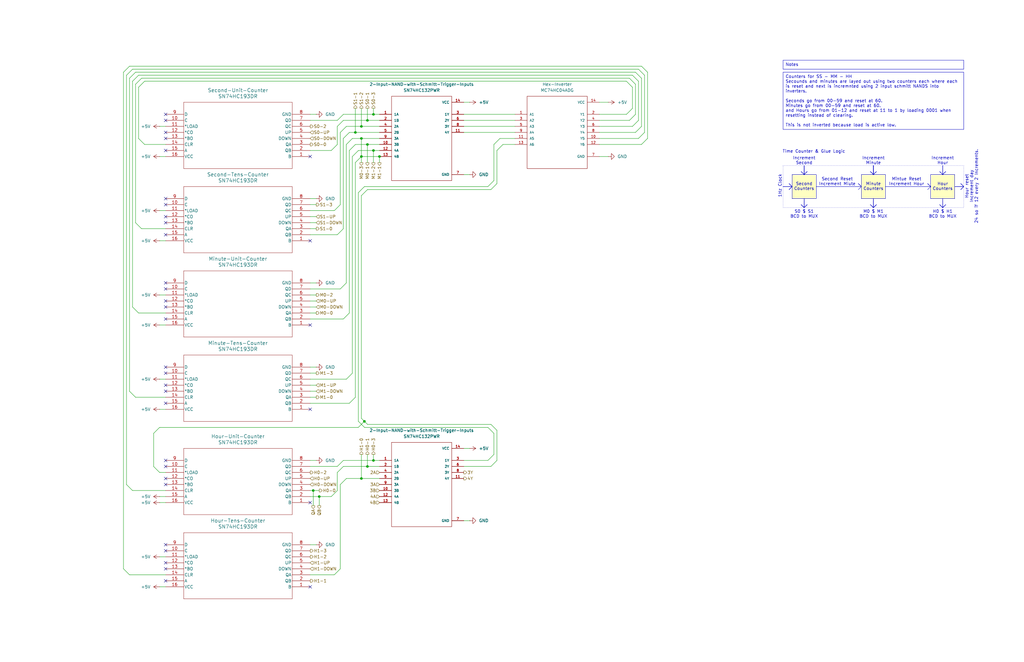
<source format=kicad_sch>
(kicad_sch (version 20250114) (generator "eeschema") (generator_version "9.0")
  (paper "B")
  (title_block (title "Time Counter & Glue Logic") (date "2025-11-06") (rev "2") (comment 1 "Fixed hour count from 1-11 to 1-12 utlized date nand "))
  (lib_symbols
    (symbol "MC74HC04ADG:MC74HC04ADG" (pin_names (offset 1.016))
      (property "Reference" "U" (at -12.7 16.24 0))
      (property "Value" "MC74HC04ADG" (at -12.7 -19.24 0))
      (symbol "MC74HC04ADG_0_0"
        (pin input line (at -17.78 7.62 0) (length 5.08) (name "A1") (number "1"))
        (pin input line (at -17.78 5.08 0) (length 5.08) (name "A2") (number "3"))
        (pin input line (at -17.78 2.54 0) (length 5.08) (name "A3") (number "5"))
        (pin input line (at -17.78 0 0) (length 5.08) (name "A4") (number "9"))
        (pin input line (at -17.78 -2.54 0) (length 5.08) (name "A5") (number "11"))
        (pin input line (at -17.78 -5.08 0) (length 5.08) (name "A6") (number "13"))
        (pin power_in line (at 17.78 12.7 180) (length 5.08) (name "VCC") (number "14"))
        (pin output line (at 17.78 7.62 180) (length 5.08) (name "Y1") (number "2"))
        (pin output line (at 17.78 5.08 180) (length 5.08) (name "Y2") (number "4"))
        (pin output line (at 17.78 2.54 180) (length 5.08) (name "Y3") (number "6"))
        (pin output line (at 17.78 0 180) (length 5.08) (name "Y4") (number "8"))
        (pin output line (at 17.78 -2.54 180) (length 5.08) (name "Y5") (number "10"))
        (pin output line (at 17.78 -5.08 180) (length 5.08) (name "Y6") (number "12"))
        (pin power_in line (at 17.78 -10.16 180) (length 5.08) (name "GND") (number "7"))
      )
      (symbol "MC74HC04ADG_1_0"
        (rectangle (start -12.7 15.24) (end 12.7 -15.24))
      )
    )
    (symbol "SN74HC132PWR:SN74HC132PWR" (pin_names (offset 1.016))
      (property "Reference" "U" (at -12.7 18.78 0))
      (property "Value" "SN74HC132PWR" (at -12.7 -21.78 0))
      (symbol "SN74HC132PWR_0_0"
        (pin input line (at -17.78 10.16 0) (length 5.08) (name "1A") (number "1"))
        (pin input line (at -17.78 7.62 0) (length 5.08) (name "1B") (number "2"))
        (pin input line (at -17.78 5.08 0) (length 5.08) (name "2A") (number "4"))
        (pin input line (at -17.78 2.54 0) (length 5.08) (name "2B") (number "5"))
        (pin input line (at -17.78 0 0) (length 5.08) (name "3A") (number "9"))
        (pin input line (at -17.78 -2.54 0) (length 5.08) (name "3B") (number "10"))
        (pin input line (at -17.78 -5.08 0) (length 5.08) (name "4A") (number "12"))
        (pin input line (at -17.78 -7.62 0) (length 5.08) (name "4B") (number "13"))
        (pin power_in line (at 17.78 15.24 180) (length 5.08) (name "VCC") (number "14"))
        (pin output line (at 17.78 10.16 180) (length 5.08) (name "1Y") (number "3"))
        (pin output line (at 17.78 7.62 180) (length 5.08) (name "2Y") (number "6"))
        (pin output line (at 17.78 5.08 180) (length 5.08) (name "3Y") (number "8"))
        (pin output line (at 17.78 2.54 180) (length 5.08) (name "4Y") (number "11"))
        (pin power_in line (at 17.78 -15.24 180) (length 5.08) (name "GND") (number "7"))
      )
      (symbol "SN74HC132PWR_1_0"
        (rectangle (start -12.7 17.78) (end 12.7 -17.78))
      )
    )
    (symbol "SN74HC193DR:SN74HC193DR" (pin_names (offset 0.254))
      (property "Reference" "U" (at 30.48 10.16 0))
      (property "Value" "SN74HC193DR" (at 30.48 7.62 0))
      (symbol "SN74HC193DR_0_1"
        (polyline (pts (xy 7.62 5.08) (xy 7.62 -22.86)) (stroke (width 0.127)))
        (polyline (pts (xy 7.62 -22.86) (xy 53.34 -22.86)) (stroke (width 0.127)))
        (polyline (pts (xy 53.34 5.08) (xy 7.62 5.08)) (stroke (width 0.127)))
        (polyline (pts (xy 53.34 -22.86) (xy 53.34 5.08)) (stroke (width 0.127)))
        (pin input line (at 0 0 0) (length 7.62) (name "B") (number "1"))
        (pin output line (at 0 -2.54 0) (length 7.62) (name "QB") (number "2"))
        (pin output line (at 0 -5.08 0) (length 7.62) (name "QA") (number "3"))
        (pin input line (at 0 -7.62 0) (length 7.62) (name "DOWN") (number "4"))
        (pin input line (at 0 -10.16 0) (length 7.62) (name "UP") (number "5"))
        (pin output line (at 0 -12.7 0) (length 7.62) (name "QC") (number "6"))
        (pin output line (at 0 -15.24 0) (length 7.62) (name "QD") (number "7"))
        (pin power_in line (at 0 -17.78 0) (length 7.62) (name "GND") (number "8"))
        (pin power_in line (at 60.96 0 180) (length 7.62) (name "VCC") (number "16"))
        (pin input line (at 60.96 -2.54 180) (length 7.62) (name "A") (number "15"))
        (pin input line (at 60.96 -5.08 180) (length 7.62) (name "CLR") (number "14"))
        (pin output line (at 60.96 -7.62 180) (length 7.62) (name "*BO") (number "13"))
        (pin output line (at 60.96 -10.16 180) (length 7.62) (name "*CO") (number "12"))
        (pin input line (at 60.96 -12.7 180) (length 7.62) (name "*LOAD") (number "11"))
        (pin input line (at 60.96 -15.24 180) (length 7.62) (name "C") (number "10"))
        (pin input line (at 60.96 -17.78 180) (length 7.62) (name "D") (number "9"))
      )
    )
    (symbol "power:+5V" (power) (pin_numbers (hide yes)) (pin_names (offset 0) (hide yes))
      (property "Value" "+5V" (at 0 3.556 0))
      (symbol "+5V_0_1"
        (polyline (pts (xy -0.762 1.27) (xy 0 2.54)))
        (polyline (pts (xy 0 2.54) (xy 0.762 1.27)))
        (polyline (pts (xy 0 0) (xy 0 2.54)))
      )
      (symbol "+5V_1_1"
        (pin power_in line (at 0 0 90) (length 0) (name "~") (number "1"))
      )
    )
    (symbol "power:GND" (power) (pin_numbers (hide yes)) (pin_names (offset 0) (hide yes))
      (property "Value" "GND" (at 0 -3.81 0))
      (symbol "GND_0_1"
        (polyline (pts (xy 0 0) (xy 0 -1.27) (xy 1.27 -1.27) (xy 0 -2.54) (xy -1.27 -1.27) (xy 0 -1.27)))
      )
      (symbol "GND_1_1"
        (pin power_in line (at 0 0 270) (length 0) (name "~") (number "1"))
      )
    )
  )
  (rectangle (start 363.22 73.66) (end 373.38 83.82) (fill (type color) (color 255 255 194 1)))
  (rectangle (start 330.2 69.85) (end 406.4 87.63) (stroke (width 0) (type dot)))
  (rectangle (start 392.43 73.66) (end 402.59 83.82) (fill (type color) (color 255 255 194 1)))
  (rectangle (start 334.01 73.66) (end 344.17 83.82) (fill (type color) (color 255 255 194 1)))
  (rectangle (start 330.2 25.4) (end 406.4 29.21))
  (rectangle (start 330.2 30.48) (end 406.4 54.61))
  (text "Time Counter & Glue Logic" (at 329.946 64.008 0) (effects (font (size 1.27 1.27)) (justify left)))
  (text "Increment\nMinute" (at 368.3 69.596 0) (effects (font (size 1.27 1.27)) (justify bottom)))
  (text "Hour\nCounters" (at 397.51 78.74 0) (effects (font (size 1.27 1.27))))
  (text "S0 $ S1\nBCD to MUX" (at 339.09 88.646 0) (effects (font (size 1.27 1.27)) (justify top)))
  (text "H0 $ H1\nBCD to MUX" (at 397.51 88.646 0) (effects (font (size 1.27 1.27)) (justify top)))
  (text "Minute\nCounters" (at 368.3 78.74 0) (effects (font (size 1.27 1.27))))
  (text "Notes" (at 331.216 27.432 0) (effects (font (size 1.27 1.27)) (justify left)))
  (text "Increment\nHour" (at 397.51 69.596 0) (effects (font (size 1.27 1.27)) (justify bottom)))
  (text "Second\nCounters" (at 339.09 78.74 0) (effects (font (size 1.27 1.27))))
  (text "Second Reset\nIncrement Miute" (at 353.06 76.708 0) (effects (font (size 1.27 1.27))))
  (text "Hour reset\nIncrement day\n24 so if 12 every 2 Increments." (at 406.908 78.74 90) (effects (font (size 1.27 1.27)) (justify top)))
  (text "Counters for SS - MM - HH\nSecounds and minutes are layed out using two counters each where each\nis reset and next is incremnted using 2 input schmitt NANDS into \ninverters. \n\nSeconds go from 00-59 and reset at 60.\nMinutes go from 00-59 and reset at 60.\nand Hours go from 01-12 and reset at 11 to 1 by loading 0001 when\nresetting instead of clearing.\n\nThis is not inverted because load is active low." (at 331.216 31.75 0) (effects (font (size 1.27 1.27)) (justify left top)))
  (text "M0 $ M1\nBCD to MUX" (at 368.3 88.646 0) (effects (font (size 1.27 1.27)) (justify top)))
  (text "1Hz Clock" (at 328.93 78.486 90) (effects (font (size 1.27 1.27))))
  (text "Mintue Reset\nIncrement Hour" (at 382.27 76.708 0) (effects (font (size 1.27 1.27))))
  (text "Increment\nSecond" (at 339.09 69.596 0) (effects (font (size 1.27 1.27)) (justify bottom)))
  (junction (at 153.67 177.8))
  (junction (at 149.86 55.88))
  (junction (at 154.94 196.85))
  (junction (at 154.94 50.8))
  (junction (at 132.08 207.01))
  (junction (at 152.4 201.93))
  (junction (at 157.48 48.26))
  (junction (at 154.94 60.96))
  (junction (at 157.48 194.31))
  (junction (at 134.62 209.55))
  (junction (at 160.02 66.04))
  (junction (at 152.4 66.04))
  (junction (at 152.4 58.42))
  (junction (at 157.48 63.5))
  (junction (at 152.4 53.34))
  (no_connect (at 69.85 58.42))
  (no_connect (at 69.85 50.8))
  (no_connect (at 69.85 165.1))
  (no_connect (at 69.85 121.92))
  (no_connect (at 69.85 204.47))
  (no_connect (at 69.85 201.93))
  (no_connect (at 69.85 55.88))
  (no_connect (at 69.85 129.54))
  (no_connect (at 69.85 154.94))
  (no_connect (at 69.85 162.56))
  (no_connect (at 69.85 237.49))
  (no_connect (at 69.85 63.5))
  (no_connect (at 69.85 240.03))
  (no_connect (at 69.85 99.06))
  (no_connect (at 130.81 66.04))
  (no_connect (at 69.85 245.11))
  (no_connect (at 130.81 212.09))
  (no_connect (at 69.85 48.26))
  (no_connect (at 69.85 229.87))
  (no_connect (at 130.81 101.6))
  (no_connect (at 69.85 232.41))
  (no_connect (at 69.85 127))
  (no_connect (at 69.85 157.48))
  (no_connect (at 130.81 137.16))
  (no_connect (at 69.85 119.38))
  (no_connect (at 69.85 83.82))
  (no_connect (at 69.85 170.18))
  (no_connect (at 69.85 91.44))
  (no_connect (at 69.85 194.31))
  (no_connect (at 69.85 86.36))
  (no_connect (at 69.85 196.85))
  (no_connect (at 69.85 134.62))
  (no_connect (at 130.81 247.65))
  (no_connect (at 130.81 172.72))
  (no_connect (at 69.85 93.98))
  (polyline (pts (xy 339.09 73.66) (xy 340.36 72.39)))
  (polyline (pts (xy 396.24 86.36) (xy 397.51 87.63)))
  (polyline (pts (xy 337.82 72.39) (xy 339.09 73.66)))
  (wire (pts (xy 142.24 53.34) (xy 144.78 50.8)))
  (wire (pts (xy 152.4 66.04) (xy 152.4 68.58)))
  (wire (pts (xy 205.74 78.74) (xy 153.67 78.74)))
  (polyline (pts (xy 367.03 86.36) (xy 368.3 87.63)))
  (wire (pts (xy 207.01 80.01) (xy 209.55 77.47)))
  (wire (pts (xy 147.32 63.5) (xy 147.32 132.08)))
  (wire (pts (xy 67.31 180.34) (xy 151.13 180.34)))
  (wire (pts (xy 147.32 170.18) (xy 149.86 167.64)))
  (wire (pts (xy 58.42 58.42) (xy 60.96 60.96)))
  (wire (pts (xy 157.48 194.31) (xy 160.02 194.31)))
  (wire (pts (xy 205.74 180.34) (xy 153.67 180.34)))
  (wire (pts (xy 147.32 55.88) (xy 144.78 58.42)))
  (polyline (pts (xy 367.03 86.36) (xy 368.3 87.63)))
  (polyline (pts (xy 405.13 80.01) (xy 406.4 78.74)))
  (wire (pts (xy 67.31 172.72) (xy 69.85 172.72)))
  (wire (pts (xy 152.4 82.55) (xy 152.4 176.53)))
  (polyline (pts (xy 339.09 69.85) (xy 339.09 73.66)))
  (wire (pts (xy 154.94 191.77) (xy 154.94 196.85)))
  (wire (pts (xy 134.62 213.36) (xy 134.62 209.55)))
  (wire (pts (xy 133.35 83.82) (xy 130.81 83.82)))
  (wire (pts (xy 256.54 43.18) (xy 252.73 43.18)))
  (wire (pts (xy 132.08 213.36) (xy 132.08 207.01)))
  (wire (pts (xy 130.81 134.62) (xy 144.78 134.62)))
  (wire (pts (xy 157.48 48.26) (xy 160.02 48.26)))
  (polyline (pts (xy 391.16 77.47) (xy 392.43 78.74)))
  (wire (pts (xy 133.35 229.87) (xy 130.81 229.87)))
  (polyline (pts (xy 339.09 83.82) (xy 339.09 87.63)))
  (wire (pts (xy 209.55 194.31) (xy 209.55 181.61)))
  (polyline (pts (xy 339.09 87.63) (xy 340.36 86.36)))
  (wire (pts (xy 212.09 60.96) (xy 217.17 60.96)))
  (wire (pts (xy 133.35 48.26) (xy 130.81 48.26)))
  (wire (pts (xy 146.05 201.93) (xy 143.51 204.47)))
  (wire (pts (xy 58.42 31.75) (xy 266.7 31.75)))
  (wire (pts (xy 130.81 160.02) (xy 146.05 160.02)))
  (polyline (pts (xy 397.51 87.63) (xy 398.78 86.36)))
  (polyline (pts (xy 406.4 78.74) (xy 405.13 77.47)))
  (polyline (pts (xy 397.51 83.82) (xy 397.51 87.63)))
  (wire (pts (xy 152.4 58.42) (xy 160.02 58.42)))
  (wire (pts (xy 52.07 30.48) (xy 52.07 240.03)))
  (polyline (pts (xy 368.3 73.66) (xy 369.57 72.39)))
  (wire (pts (xy 195.58 48.26) (xy 217.17 48.26)))
  (wire (pts (xy 266.7 36.83) (xy 266.7 45.72)))
  (wire (pts (xy 154.94 179.07) (xy 207.01 179.07)))
  (wire (pts (xy 54.61 33.02) (xy 54.61 165.1)))
  (polyline (pts (xy 397.51 73.66) (xy 398.78 72.39)))
  (wire (pts (xy 252.73 53.34) (xy 266.7 53.34)))
  (wire (pts (xy 157.48 45.72) (xy 157.48 48.26)))
  (wire (pts (xy 130.81 209.55) (xy 134.62 209.55)))
  (wire (pts (xy 133.35 127) (xy 130.81 127)))
  (wire (pts (xy 149.86 45.72) (xy 149.86 55.88)))
  (wire (pts (xy 130.81 170.18) (xy 147.32 170.18)))
  (wire (pts (xy 273.05 30.48) (xy 270.51 27.94)))
  (wire (pts (xy 52.07 240.03) (xy 54.61 242.57)))
  (wire (pts (xy 142.24 199.39) (xy 144.78 196.85)))
  (polyline (pts (xy 367.03 72.39) (xy 368.3 73.66)))
  (wire (pts (xy 54.61 33.02) (xy 57.15 30.48)))
  (wire (pts (xy 154.94 50.8) (xy 160.02 50.8)))
  (wire (pts (xy 151.13 63.5) (xy 157.48 63.5)))
  (polyline (pts (xy 367.03 72.39) (xy 368.3 73.66)))
  (wire (pts (xy 144.78 134.62) (xy 147.32 132.08)))
  (polyline (pts (xy 334.01 78.74) (xy 332.74 77.47)))
  (wire (pts (xy 132.08 207.01) (xy 134.62 207.01)))
  (wire (pts (xy 154.94 60.96) (xy 160.02 60.96)))
  (wire (pts (xy 153.67 177.8) (xy 154.94 179.07)))
  (wire (pts (xy 133.35 129.54) (xy 130.81 129.54)))
  (wire (pts (xy 146.05 201.93) (xy 152.4 201.93)))
  (wire (pts (xy 67.31 209.55) (xy 69.85 209.55)))
  (wire (pts (xy 252.73 60.96) (xy 270.51 60.96)))
  (wire (pts (xy 144.78 196.85) (xy 154.94 196.85)))
  (wire (pts (xy 67.31 137.16) (xy 69.85 137.16)))
  (wire (pts (xy 252.73 55.88) (xy 267.97 55.88)))
  (wire (pts (xy 269.24 34.29) (xy 269.24 50.8)))
  (wire (pts (xy 157.48 191.77) (xy 157.48 194.31)))
  (wire (pts (xy 270.51 60.96) (xy 273.05 58.42)))
  (wire (pts (xy 144.78 96.52) (xy 142.24 99.06)))
  (wire (pts (xy 142.24 196.85) (xy 144.78 194.31)))
  (wire (pts (xy 58.42 36.83) (xy 58.42 58.42)))
  (wire (pts (xy 149.86 60.96) (xy 154.94 60.96)))
  (wire (pts (xy 267.97 35.56) (xy 267.97 48.26)))
  (wire (pts (xy 217.17 58.42) (xy 210.82 58.42)))
  (wire (pts (xy 57.15 30.48) (xy 267.97 30.48)))
  (polyline (pts (xy 330.2 78.74) (xy 334.01 78.74)))
  (wire (pts (xy 195.58 194.31) (xy 205.74 194.31)))
  (wire (pts (xy 154.94 196.85) (xy 160.02 196.85)))
  (wire (pts (xy 67.31 234.95) (xy 69.85 234.95)))
  (wire (pts (xy 130.81 207.01) (xy 132.08 207.01)))
  (wire (pts (xy 266.7 36.83) (xy 264.16 34.29)))
  (polyline (pts (xy 397.51 69.85) (xy 397.51 73.66)))
  (wire (pts (xy 130.81 63.5) (xy 139.7 63.5)))
  (wire (pts (xy 269.24 29.21) (xy 55.88 29.21)))
  (polyline (pts (xy 337.82 86.36) (xy 339.09 87.63)))
  (polyline (pts (xy 368.3 69.85) (xy 368.3 73.66)))
  (wire (pts (xy 67.31 88.9) (xy 69.85 88.9)))
  (wire (pts (xy 267.97 30.48) (xy 270.51 33.02)))
  (polyline (pts (xy 330.2 78.74) (xy 334.01 78.74)))
  (wire (pts (xy 152.4 176.53) (xy 153.67 177.8)))
  (wire (pts (xy 133.35 154.94) (xy 130.81 154.94)))
  (wire (pts (xy 154.94 45.72) (xy 154.94 50.8)))
  (polyline (pts (xy 337.82 86.36) (xy 339.09 87.63)))
  (wire (pts (xy 270.51 33.02) (xy 270.51 53.34)))
  (wire (pts (xy 252.73 58.42) (xy 269.24 58.42)))
  (wire (pts (xy 267.97 35.56) (xy 265.43 33.02)))
  (wire (pts (xy 143.51 204.47) (xy 143.51 240.03)))
  (wire (pts (xy 134.62 209.55) (xy 139.7 209.55)))
  (wire (pts (xy 57.15 93.98) (xy 59.69 96.52)))
  (wire (pts (xy 133.35 93.98) (xy 130.81 93.98)))
  (wire (pts (xy 252.73 48.26) (xy 264.16 48.26)))
  (polyline (pts (xy 405.13 80.01) (xy 406.4 78.74)))
  (polyline (pts (xy 396.24 72.39) (xy 397.51 73.66)))
  (wire (pts (xy 55.88 129.54) (xy 58.42 132.08)))
  (wire (pts (xy 267.97 48.26) (xy 265.43 50.8)))
  (polyline (pts (xy 402.59 78.74) (xy 406.4 78.74)))
  (wire (pts (xy 54.61 165.1) (xy 57.15 167.64)))
  (wire (pts (xy 133.35 194.31) (xy 130.81 194.31)))
  (wire (pts (xy 130.81 196.85) (xy 142.24 196.85)))
  (wire (pts (xy 207.01 196.85) (xy 209.55 194.31)))
  (wire (pts (xy 151.13 81.28) (xy 151.13 177.8)))
  (wire (pts (xy 146.05 60.96) (xy 146.05 119.38)))
  (wire (pts (xy 133.35 86.36) (xy 130.81 86.36)))
  (polyline (pts (xy 368.3 69.85) (xy 368.3 73.66)))
  (wire (pts (xy 157.48 63.5) (xy 157.48 68.58)))
  (wire (pts (xy 266.7 53.34) (xy 269.24 50.8)))
  (wire (pts (xy 152.4 201.93) (xy 160.02 201.93)))
  (wire (pts (xy 153.67 177.8) (xy 151.13 180.34)))
  (wire (pts (xy 67.31 199.39) (xy 69.85 199.39)))
  (wire (pts (xy 133.35 124.46) (xy 130.81 124.46)))
  (polyline (pts (xy 361.95 77.47) (xy 363.22 78.74)))
  (wire (pts (xy 208.28 60.96) (xy 208.28 76.2)))
  (wire (pts (xy 210.82 58.42) (xy 208.28 60.96)))
  (wire (pts (xy 133.35 167.64) (xy 130.81 167.64)))
  (wire (pts (xy 152.4 66.04) (xy 160.02 66.04)))
  (wire (pts (xy 130.81 165.1) (xy 133.35 165.1)))
  (wire (pts (xy 152.4 191.77) (xy 152.4 201.93)))
  (wire (pts (xy 54.61 27.94) (xy 52.07 30.48)))
  (polyline (pts (xy 339.09 73.66) (xy 340.36 72.39)))
  (wire (pts (xy 54.61 242.57) (xy 69.85 242.57)))
  (wire (pts (xy 157.48 63.5) (xy 160.02 63.5)))
  (wire (pts (xy 58.42 31.75) (xy 55.88 34.29)))
  (wire (pts (xy 256.54 66.04) (xy 252.73 66.04)))
  (wire (pts (xy 133.35 162.56) (xy 130.81 162.56)))
  (polyline (pts (xy 339.09 69.85) (xy 339.09 73.66)))
  (wire (pts (xy 57.15 167.64) (xy 69.85 167.64)))
  (wire (pts (xy 152.4 82.55) (xy 154.94 80.01)))
  (wire (pts (xy 143.51 121.92) (xy 146.05 119.38)))
  (wire (pts (xy 139.7 209.55) (xy 142.24 207.01)))
  (polyline (pts (xy 368.3 87.63) (xy 369.57 86.36)))
  (polyline (pts (xy 397.51 83.82) (xy 397.51 87.63)))
  (wire (pts (xy 133.35 91.44) (xy 130.81 91.44)))
  (wire (pts (xy 67.31 66.04) (xy 69.85 66.04)))
  (wire (pts (xy 209.55 63.5) (xy 212.09 60.96)))
  (wire (pts (xy 64.77 196.85) (xy 64.77 182.88)))
  (wire (pts (xy 59.69 96.52) (xy 69.85 96.52)))
  (wire (pts (xy 149.86 167.64) (xy 149.86 68.58)))
  (polyline (pts (xy 368.3 83.82) (xy 368.3 87.63)))
  (polyline (pts (xy 339.09 83.82) (xy 339.09 87.63)))
  (wire (pts (xy 55.88 207.01) (xy 69.85 207.01)))
  (polyline (pts (xy 397.51 69.85) (xy 397.51 73.66)))
  (wire (pts (xy 208.28 76.2) (xy 205.74 78.74)))
  (wire (pts (xy 143.51 240.03) (xy 140.97 242.57)))
  (wire (pts (xy 198.12 219.71) (xy 195.58 219.71)))
  (wire (pts (xy 154.94 60.96) (xy 154.94 68.58)))
  (wire (pts (xy 195.58 196.85) (xy 207.01 196.85)))
  (polyline (pts (xy 391.16 80.01) (xy 392.43 78.74)))
  (wire (pts (xy 154.94 80.01) (xy 207.01 80.01)))
  (wire (pts (xy 144.78 194.31) (xy 157.48 194.31)))
  (wire (pts (xy 67.31 212.09) (xy 69.85 212.09)))
  (polyline (pts (xy 396.24 72.39) (xy 397.51 73.66)))
  (wire (pts (xy 144.78 58.42) (xy 144.78 96.52)))
  (wire (pts (xy 67.31 124.46) (xy 69.85 124.46)))
  (wire (pts (xy 144.78 48.26) (xy 157.48 48.26)))
  (polyline (pts (xy 334.01 78.74) (xy 332.74 77.47)))
  (wire (pts (xy 59.69 33.02) (xy 57.15 35.56)))
  (wire (pts (xy 133.35 96.52) (xy 130.81 96.52)))
  (wire (pts (xy 143.51 55.88) (xy 143.51 86.36)))
  (wire (pts (xy 58.42 132.08) (xy 69.85 132.08)))
  (wire (pts (xy 67.31 247.65) (xy 69.85 247.65)))
  (wire (pts (xy 130.81 242.57) (xy 140.97 242.57)))
  (wire (pts (xy 146.05 53.34) (xy 143.51 55.88)))
  (wire (pts (xy 148.59 157.48) (xy 146.05 160.02)))
  (wire (pts (xy 142.24 53.34) (xy 142.24 60.96)))
  (polyline (pts (xy 368.3 73.66) (xy 369.57 72.39)))
  (wire (pts (xy 54.61 27.94) (xy 270.51 27.94)))
  (wire (pts (xy 195.58 53.34) (xy 217.17 53.34)))
  (polyline (pts (xy 368.3 69.85) (xy 368.3 73.66)))
  (wire (pts (xy 205.74 194.31) (xy 208.28 191.77)))
  (wire (pts (xy 195.58 55.88) (xy 217.17 55.88)))
  (polyline (pts (xy 397.51 87.63) (xy 398.78 86.36)))
  (wire (pts (xy 59.69 33.02) (xy 265.43 33.02)))
  (wire (pts (xy 57.15 35.56) (xy 57.15 93.98)))
  (wire (pts (xy 67.31 53.34) (xy 69.85 53.34)))
  (wire (pts (xy 149.86 55.88) (xy 160.02 55.88)))
  (polyline (pts (xy 396.24 86.36) (xy 397.51 87.63)))
  (wire (pts (xy 153.67 180.34) (xy 151.13 177.8)))
  (wire (pts (xy 147.32 55.88) (xy 149.86 55.88)))
  (wire (pts (xy 64.77 182.88) (xy 67.31 180.34)))
  (polyline (pts (xy 344.17 78.74) (xy 363.22 78.74)))
  (wire (pts (xy 60.96 60.96) (xy 69.85 60.96)))
  (wire (pts (xy 148.59 58.42) (xy 152.4 58.42)))
  (wire (pts (xy 198.12 43.18) (xy 195.58 43.18)))
  (polyline (pts (xy 339.09 69.85) (xy 339.09 73.66)))
  (wire (pts (xy 60.96 34.29) (xy 264.16 34.29)))
  (wire (pts (xy 152.4 53.34) (xy 160.02 53.34)))
  (wire (pts (xy 209.55 181.61) (xy 207.01 179.07)))
  (polyline (pts (xy 332.74 80.01) (xy 334.01 78.74)))
  (wire (pts (xy 60.96 34.29) (xy 58.42 36.83)))
  (wire (pts (xy 53.34 31.75) (xy 53.34 204.47)))
  (wire (pts (xy 271.78 31.75) (xy 271.78 55.88)))
  (polyline (pts (xy 368.3 87.63) (xy 369.57 86.36)))
  (wire (pts (xy 264.16 48.26) (xy 266.7 45.72)))
  (wire (pts (xy 144.78 50.8) (xy 154.94 50.8)))
  (wire (pts (xy 269.24 34.29) (xy 266.7 31.75)))
  (polyline (pts (xy 339.09 87.63) (xy 340.36 86.36)))
  (polyline (pts (xy 402.59 78.74) (xy 406.4 78.74)))
  (polyline (pts (xy 373.38 78.74) (xy 392.43 78.74)))
  (wire (pts (xy 149.86 68.58) (xy 152.4 66.04)))
  (polyline (pts (xy 337.82 72.39) (xy 339.09 73.66)))
  (wire (pts (xy 152.4 58.42) (xy 152.4 66.04)))
  (polyline (pts (xy 368.3 83.82) (xy 368.3 87.63)))
  (wire (pts (xy 195.58 50.8) (xy 217.17 50.8)))
  (polyline (pts (xy 391.16 77.47) (xy 392.43 78.74)))
  (wire (pts (xy 143.51 86.36) (xy 140.97 88.9)))
  (wire (pts (xy 146.05 60.96) (xy 148.59 58.42)))
  (polyline (pts (xy 397.51 69.85) (xy 397.51 73.66)))
  (wire (pts (xy 67.31 199.39) (xy 64.77 196.85)))
  (wire (pts (xy 160.02 66.04) (xy 160.02 68.58)))
  (wire (pts (xy 55.88 34.29) (xy 55.88 129.54)))
  (wire (pts (xy 53.34 204.47) (xy 55.88 207.01)))
  (wire (pts (xy 151.13 63.5) (xy 148.59 66.04)))
  (polyline (pts (xy 332.74 80.01) (xy 334.01 78.74)))
  (polyline (pts (xy 361.95 77.47) (xy 363.22 78.74)))
  (wire (pts (xy 133.35 157.48) (xy 130.81 157.48)))
  (wire (pts (xy 133.35 132.08) (xy 130.81 132.08)))
  (wire (pts (xy 273.05 58.42) (xy 273.05 30.48)))
  (wire (pts (xy 67.31 101.6) (xy 69.85 101.6)))
  (polyline (pts (xy 361.95 80.01) (xy 363.22 78.74)))
  (wire (pts (xy 142.24 199.39) (xy 142.24 207.01)))
  (wire (pts (xy 55.88 29.21) (xy 53.34 31.75)))
  (wire (pts (xy 208.28 191.77) (xy 208.28 182.88)))
  (wire (pts (xy 130.81 50.8) (xy 142.24 50.8)))
  (wire (pts (xy 270.51 53.34) (xy 267.97 55.88)))
  (wire (pts (xy 209.55 77.47) (xy 209.55 63.5)))
  (wire (pts (xy 130.81 99.06) (xy 142.24 99.06)))
  (wire (pts (xy 133.35 119.38) (xy 130.81 119.38)))
  (wire (pts (xy 147.32 63.5) (xy 149.86 60.96)))
  (polyline (pts (xy 397.51 73.66) (xy 398.78 72.39)))
  (wire (pts (xy 146.05 53.34) (xy 152.4 53.34)))
  (wire (pts (xy 252.73 50.8) (xy 265.43 50.8)))
  (wire (pts (xy 148.59 66.04) (xy 148.59 157.48)))
  (wire (pts (xy 269.24 58.42) (xy 271.78 55.88)))
  (wire (pts (xy 152.4 45.72) (xy 152.4 53.34)))
  (wire (pts (xy 139.7 63.5) (xy 142.24 60.96)))
  (wire (pts (xy 67.31 160.02) (xy 69.85 160.02)))
  (wire (pts (xy 208.28 182.88) (xy 205.74 180.34)))
  (polyline (pts (xy 406.4 78.74) (xy 405.13 77.47)))
  (wire (pts (xy 153.67 78.74) (xy 151.13 81.28)))
  (wire (pts (xy 130.81 88.9) (xy 140.97 88.9)))
  (wire (pts (xy 269.24 29.21) (xy 271.78 31.75)))
  (wire (pts (xy 142.24 50.8) (xy 144.78 48.26)))
  (wire (pts (xy 198.12 189.23) (xy 195.58 189.23)))
  (wire (pts (xy 130.81 121.92) (xy 143.51 121.92)))
  (wire (pts (xy 198.12 73.66) (xy 195.58 73.66)))
  (hierarchical_label "S1-1" (shape output) (at 149.86 45.72 90))
  (hierarchical_label "2A" (shape input) (at 160.02 199.39 180))
  (hierarchical_label "S0-DOWN" (shape input) (at 130.81 58.42 0))
  (hierarchical_label "M1-2" (shape output) (at 157.48 68.58 270))
  (hierarchical_label "M1-3" (shape output) (at 133.35 157.48 0))
  (hierarchical_label "S1-0" (shape output) (at 133.35 96.52 0))
  (hierarchical_label "H1-3" (shape output) (at 130.81 232.41 0))
  (hierarchical_label "H0-0" (shape output) (at 134.62 207.01 0))
  (hierarchical_label "H1-UP" (shape input) (at 130.81 237.49 0))
  (hierarchical_label "4A" (shape input) (at 160.02 209.55 180))
  (hierarchical_label "M1-1" (shape output) (at 160.02 68.58 270))
  (hierarchical_label "H0-1" (shape output) (at 154.94 191.77 90))
  (hierarchical_label "S0-0" (shape output) (at 130.81 60.96 0))
  (hierarchical_label "S0-UP" (shape input) (at 130.81 55.88 0))
  (hierarchical_label "3A" (shape input) (at 160.02 204.47 180))
  (hierarchical_label "S0-1" (shape output) (at 154.94 45.72 90))
  (hierarchical_label "4Y" (shape output) (at 195.58 201.93 0))
  (hierarchical_label "M0-2" (shape output) (at 133.35 124.46 0))
  (hierarchical_label "S0-2" (shape output) (at 130.81 53.34 0))
  (hierarchical_label "M0-3" (shape output) (at 152.4 68.58 270))
  (hierarchical_label "QA" (shape output) (at 132.08 213.36 270))
  (hierarchical_label "S1-2" (shape output) (at 152.4 45.72 90))
  (hierarchical_label "3B" (shape input) (at 160.02 207.01 180))
  (hierarchical_label "H0-UP" (shape input) (at 130.81 201.93 0))
  (hierarchical_label "M1-DOWN" (shape input) (at 133.35 165.1 0))
  (hierarchical_label "4B" (shape input) (at 160.02 212.09 180))
  (hierarchical_label "H1-1" (shape output) (at 130.81 245.11 0))
  (hierarchical_label "H0-2" (shape output) (at 130.81 199.39 0))
  (hierarchical_label "S1-UP" (shape input) (at 133.35 91.44 0))
  (hierarchical_label "M0-0" (shape output) (at 133.35 132.08 0))
  (hierarchical_label "H1-0" (shape output) (at 152.4 191.77 90))
  (hierarchical_label "H1-DOWN" (shape input) (at 130.81 240.03 0))
  (hierarchical_label "S0-3" (shape output) (at 157.48 45.72 90))
  (hierarchical_label "M0-1" (shape output) (at 154.94 68.58 270))
  (hierarchical_label "QB" (shape output) (at 134.62 213.36 270))
  (hierarchical_label "S1-3" (shape output) (at 133.35 86.36 0))
  (hierarchical_label "S1-DOWN" (shape input) (at 133.35 93.98 0))
  (hierarchical_label "M1-0" (shape output) (at 133.35 167.64 0))
  (hierarchical_label "M1-UP" (shape input) (at 133.35 162.56 0))
  (hierarchical_label "H0-DOWN" (shape input) (at 130.81 204.47 0))
  (hierarchical_label "H1-2" (shape output) (at 130.81 234.95 0))
  (hierarchical_label "H0-3" (shape output) (at 157.48 191.77 90))
  (hierarchical_label "M0-DOWN" (shape input) (at 133.35 129.54 0))
  (hierarchical_label "M0-UP" (shape input) (at 133.35 127 0))
  (hierarchical_label "3Y" (shape output) (at 195.58 199.39 0))
  (symbol (lib_id "power:+5V") (at 67.31 124.46 90) (unit 1)
    (property "Reference" "#PWR07" (effects (hide yes)))
    (property "Value" "+5V" (at 63.5 124.4601 90) (effects (justify left)))
    (property "Description" "Power symbol creates a global label with name \"+5V\"" (effects (hide yes)))
  )
  (symbol (lib_id "power:GND") (at 198.12 219.71 90) (unit 1)
    (property "Reference" "#PWR028" (effects (hide yes)))
    (property "Value" "GND" (at 201.93 219.7099 90) (effects (justify right)))
    (property "Description" "Power symbol creates a global label with name \"GND\" , ground" (effects (hide yes)))
  )
  (symbol (lib_id "SN74HC193DR:SN74HC193DR") (at 130.81 137.16 180) (unit 1)
    (property "Reference" "Minute-Unit-Counter" (at 100.33 109.22 0) (effects (font (size 1.524 1.524))))
    (property "Value" "SN74HC193DR" (at 100.33 111.76 0) (effects (font (size 1.524 1.524))))
    (property "Footprint" "D16" (effects (hide yes)))
    (property "Datasheet" "https://www.ti.com/lit/gpn/sn74hc193" (effects (hide yes)))
  )
  (symbol (lib_id "power:+5V") (at 67.31 88.9 90) (unit 1)
    (property "Reference" "#PWR011" (effects (hide yes)))
    (property "Value" "+5V" (at 63.5 88.9001 90) (effects (justify left)))
    (property "Description" "Power symbol creates a global label with name \"+5V\"" (effects (hide yes)))
  )
  (symbol (lib_id "power:+5V") (at 198.12 189.23 270) (unit 1)
    (property "Reference" "#PWR027" (effects (hide yes)))
    (property "Value" "+5V" (at 201.93 189.2299 90) (effects (justify left)))
    (property "Description" "Power symbol creates a global label with name \"+5V\"" (effects (hide yes)))
  )
  (symbol (lib_id "power:+5V") (at 256.54 43.18 270) (unit 1)
    (property "Reference" "#PWR033" (effects (hide yes)))
    (property "Value" "+5V" (at 260.35 43.1799 90) (effects (justify left)))
    (property "Description" "Power symbol creates a global label with name \"+5V\"" (effects (hide yes)))
  )
  (symbol (lib_id "SN74HC132PWR:SN74HC132PWR") (at 177.8 204.47 0) (unit 1)
    (property "Reference" "2-Input-NAND-with-Schmitt-Trigger-Inputs" (at 177.8 181.61 0))
    (property "Value" "SN74HC132PWR" (at 177.8 184.15 0))
    (property "Footprint" "SN74HC132PWR:SOP65P640X120-14N" (effects (hide yes)))
  )
  (symbol (lib_id "MC74HC04ADG:MC74HC04ADG") (at 234.95 55.88 0) (unit 1)
    (property "Reference" "Hex-Inverter" (at 234.95 35.56 0))
    (property "Value" "MC74HC04ADG" (at 234.95 38.1 0))
    (property "Footprint" "MC74HC04ADG:SOIC127P600X175-14N" (effects (hide yes)))
  )
  (symbol (lib_id "power:GND") (at 133.35 229.87 90) (unit 1)
    (property "Reference" "#PWR025" (effects (hide yes)))
    (property "Value" "GND" (at 137.16 229.8701 90) (effects (justify right)))
    (property "Description" "Power symbol creates a global label with name \"GND\" , ground" (effects (hide yes)))
  )
  (symbol (lib_id "power:+5V") (at 67.31 66.04 90) (unit 1)
    (property "Reference" "#PWR01" (effects (hide yes)))
    (property "Value" "+5V" (at 63.5 66.0401 90) (effects (justify left)))
    (property "Description" "Power symbol creates a global label with name \"+5V\"" (effects (hide yes)))
  )
  (symbol (lib_id "SN74HC132PWR:SN74HC132PWR") (at 177.8 58.42 0) (unit 1)
    (property "Reference" "2-Input-NAND-with-Schmitt-Trigger-Inputs" (at 177.8 35.56 0))
    (property "Value" "SN74HC132PWR" (at 177.8 38.1 0))
    (property "Footprint" "SN74HC132PWR:SOP65P640X120-14N" (effects (hide yes)))
  )
  (symbol (lib_id "power:+5V") (at 67.31 234.95 90) (unit 1)
    (property "Reference" "#PWR021" (effects (hide yes)))
    (property "Value" "+5V" (at 63.5 234.9501 90) (effects (justify left)))
    (property "Description" "Power symbol creates a global label with name \"+5V\"" (effects (hide yes)))
  )
  (symbol (lib_id "power:GND") (at 133.35 48.26 90) (unit 1)
    (property "Reference" "#PWR02" (effects (hide yes)))
    (property "Value" "GND" (at 137.16 48.2601 90) (effects (justify right)))
    (property "Description" "Power symbol creates a global label with name \"GND\" , ground" (effects (hide yes)))
  )
  (symbol (lib_id "SN74HC193DR:SN74HC193DR") (at 130.81 66.04 180) (unit 1)
    (property "Reference" "Second-Unit-Counter" (at 100.33 38.1 0) (effects (font (size 1.524 1.524))))
    (property "Value" "SN74HC193DR" (at 100.33 40.64 0) (effects (font (size 1.524 1.524))))
    (property "Footprint" "D16" (effects (hide yes)))
    (property "Datasheet" "https://www.ti.com/lit/gpn/sn74hc193" (effects (hide yes)))
  )
  (symbol (lib_id "power:GND") (at 256.54 66.04 90) (unit 1)
    (property "Reference" "#PWR032" (effects (hide yes)))
    (property "Value" "GND" (at 260.35 66.0399 90) (effects (justify right)))
    (property "Description" "Power symbol creates a global label with name \"GND\" , ground" (effects (hide yes)))
  )
  (symbol (lib_id "SN74HC193DR:SN74HC193DR") (at 130.81 172.72 180) (unit 1)
    (property "Reference" "Minute-Tens-Counter" (at 100.33 144.78 0) (effects (font (size 1.524 1.524))))
    (property "Value" "SN74HC193DR" (at 100.33 147.32 0) (effects (font (size 1.524 1.524))))
    (property "Footprint" "D16" (effects (hide yes)))
    (property "Datasheet" "https://www.ti.com/lit/gpn/sn74hc193" (effects (hide yes)))
  )
  (symbol (lib_id "power:+5V") (at 67.31 212.09 90) (unit 1)
    (property "Reference" "#PWR020" (effects (hide yes)))
    (property "Value" "+5V" (at 63.5 212.0901 90) (effects (justify left)))
    (property "Description" "Power symbol creates a global label with name \"+5V\"" (effects (hide yes)))
  )
  (symbol (lib_id "power:GND") (at 133.35 83.82 90) (unit 1)
    (property "Reference" "#PWR013" (effects (hide yes)))
    (property "Value" "GND" (at 137.16 83.8201 90) (effects (justify right)))
    (property "Description" "Power symbol creates a global label with name \"GND\" , ground" (effects (hide yes)))
  )
  (symbol (lib_id "SN74HC193DR:SN74HC193DR") (at 130.81 247.65 180) (unit 1)
    (property "Reference" "Hour-Tens-Counter" (at 100.33 219.71 0) (effects (font (size 1.524 1.524))))
    (property "Value" "SN74HC193DR" (at 100.33 222.25 0) (effects (font (size 1.524 1.524))))
    (property "Footprint" "D16" (effects (hide yes)))
    (property "Datasheet" "https://www.ti.com/lit/gpn/sn74hc193" (effects (hide yes)))
  )
  (symbol (lib_id "power:GND") (at 198.12 73.66 90) (unit 1)
    (property "Reference" "#PWR05" (effects (hide yes)))
    (property "Value" "GND" (at 201.93 73.6599 90) (effects (justify right)))
    (property "Description" "Power symbol creates a global label with name \"GND\" , ground" (effects (hide yes)))
  )
  (symbol (lib_id "power:GND") (at 133.35 119.38 90) (unit 1)
    (property "Reference" "#PWR015" (effects (hide yes)))
    (property "Value" "GND" (at 137.16 119.3801 90) (effects (justify right)))
    (property "Description" "Power symbol creates a global label with name \"GND\" , ground" (effects (hide yes)))
  )
  (symbol (lib_id "power:+5V") (at 67.31 53.34 90) (unit 1)
    (property "Reference" "#PWR03" (effects (hide yes)))
    (property "Value" "+5V" (at 63.5 53.3401 90) (effects (justify left)))
    (property "Description" "Power symbol creates a global label with name \"+5V\"" (effects (hide yes)))
  )
  (symbol (lib_id "power:GND") (at 133.35 154.94 90) (unit 1)
    (property "Reference" "#PWR017" (effects (hide yes)))
    (property "Value" "GND" (at 137.16 154.9401 90) (effects (justify right)))
    (property "Description" "Power symbol creates a global label with name \"GND\" , ground" (effects (hide yes)))
  )
  (symbol (lib_id "SN74HC193DR:SN74HC193DR") (at 130.81 212.09 180) (unit 1)
    (property "Reference" "Hour-Unit-Counter" (at 100.33 184.15 0) (effects (font (size 1.524 1.524))))
    (property "Value" "SN74HC193DR" (at 100.33 186.69 0) (effects (font (size 1.524 1.524))))
    (property "Footprint" "D16" (effects (hide yes)))
    (property "Datasheet" "https://www.ti.com/lit/gpn/sn74hc193" (effects (hide yes)))
  )
  (symbol (lib_id "power:GND") (at 133.35 194.31 90) (unit 1)
    (property "Reference" "#PWR023" (effects (hide yes)))
    (property "Value" "GND" (at 137.16 194.3101 90) (effects (justify right)))
    (property "Description" "Power symbol creates a global label with name \"GND\" , ground" (effects (hide yes)))
  )
  (symbol (lib_id "power:+5V") (at 67.31 101.6 90) (unit 1)
    (property "Reference" "#PWR012" (effects (hide yes)))
    (property "Value" "+5V" (at 63.5 101.6001 90) (effects (justify left)))
    (property "Description" "Power symbol creates a global label with name \"+5V\"" (effects (hide yes)))
  )
  (symbol (lib_id "SN74HC193DR:SN74HC193DR") (at 130.81 101.6 180) (unit 1)
    (property "Reference" "Second-Tens-Counter" (at 100.33 73.66 0) (effects (font (size 1.524 1.524))))
    (property "Value" "SN74HC193DR" (at 100.33 76.2 0) (effects (font (size 1.524 1.524))))
    (property "Footprint" "D16" (effects (hide yes)))
    (property "Datasheet" "https://www.ti.com/lit/gpn/sn74hc193" (effects (hide yes)))
  )
  (symbol (lib_id "power:+5V") (at 67.31 137.16 90) (unit 1)
    (property "Reference" "#PWR08" (effects (hide yes)))
    (property "Value" "+5V" (at 63.5 137.1601 90) (effects (justify left)))
    (property "Description" "Power symbol creates a global label with name \"+5V\"" (effects (hide yes)))
  )
  (symbol (lib_id "power:+5V") (at 67.31 172.72 90) (unit 1)
    (property "Reference" "#PWR010" (effects (hide yes)))
    (property "Value" "+5V" (at 63.5 172.7201 90) (effects (justify left)))
    (property "Description" "Power symbol creates a global label with name \"+5V\"" (effects (hide yes)))
  )
  (symbol (lib_id "power:+5V") (at 67.31 247.65 90) (unit 1)
    (property "Reference" "#PWR022" (effects (hide yes)))
    (property "Value" "+5V" (at 63.5 247.6501 90) (effects (justify left)))
    (property "Description" "Power symbol creates a global label with name \"+5V\"" (effects (hide yes)))
  )
  (symbol (lib_id "power:+5V") (at 67.31 209.55 90) (unit 1)
    (property "Reference" "#PWR031" (effects (hide yes)))
    (property "Value" "+5V" (at 63.5 209.5501 90) (effects (justify left)))
    (property "Description" "Power symbol creates a global label with name \"+5V\"" (effects (hide yes)))
  )
  (symbol (lib_id "power:+5V") (at 67.31 160.02 90) (unit 1)
    (property "Reference" "#PWR09" (effects (hide yes)))
    (property "Value" "+5V" (at 63.5 160.0201 90) (effects (justify left)))
    (property "Description" "Power symbol creates a global label with name \"+5V\"" (effects (hide yes)))
  )
  (symbol (lib_id "power:+5V") (at 198.12 43.18 270) (unit 1)
    (property "Reference" "#PWR06" (effects (hide yes)))
    (property "Value" "+5V" (at 201.93 43.1799 90) (effects (justify left)))
    (property "Description" "Power symbol creates a global label with name \"+5V\"" (effects (hide yes)))
  )
)
</source>
